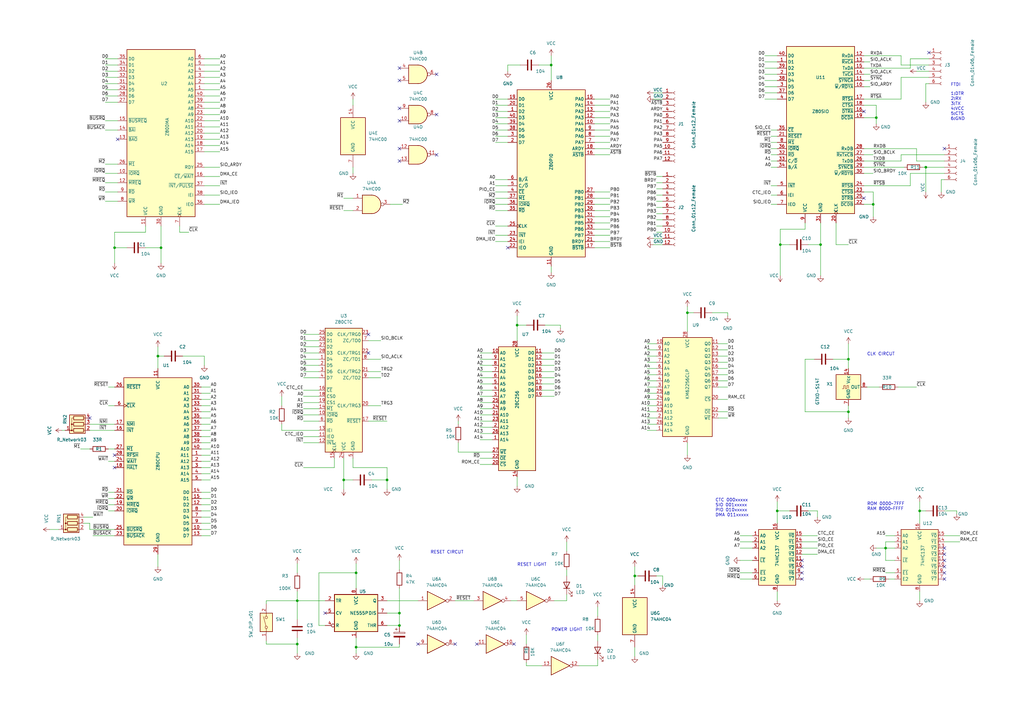
<source format=kicad_sch>
(kicad_sch (version 20211123) (generator eeschema)
  (paper "A3")
  (title_block (title "Z80") (date "2022-07-20"))
  (junction (at 66.04 101.6))
  (junction (at 358.14 83.82))
  (junction (at 121.92 264.16))
  (junction (at 163.83 251.46))
  (junction (at 363.22 224.79))
  (junction (at 140.97 196.85))
  (junction (at 318.77 209.55))
  (junction (at 260.35 236.22))
  (junction (at 377.19 209.55))
  (junction (at 336.55 100.33))
  (junction (at 347.98 168.91))
  (junction (at 359.41 48.26))
  (junction (at 226.06 26.67))
  (junction (at 64.77 146.05))
  (junction (at 163.83 256.54))
  (junction (at 46.99 101.6))
  (junction (at 281.94 128.27))
  (junction (at 158.75 196.85))
  (junction (at 379.73 68.58))
  (junction (at 347.98 147.32))
  (junction (at 121.92 246.38))
  (junction (at 146.05 265.43))
  (junction (at 212.09 133.35))
  (junction (at 146.05 234.95))
  (junction (at 320.04 100.33))
  (no_connect (at 179.07 30.48))
  (no_connect (at 163.83 27.94))
  (no_connect (at 163.83 33.02))
  (no_connect (at 133.35 251.46))
  (no_connect (at 151.13 144.78))
  (no_connect (at 328.93 232.41))
  (no_connect (at 328.93 234.95))
  (no_connect (at 328.93 237.49))
  (no_connect (at 328.93 229.87))
  (no_connect (at 46.99 186.69))
  (no_connect (at 381 21.59))
  (no_connect (at 354.33 81.28))
  (no_connect (at 354.33 45.72))
  (no_connect (at 210.82 264.16))
  (no_connect (at 195.58 264.16))
  (no_connect (at 186.69 264.16))
  (no_connect (at 171.45 264.16))
  (no_connect (at 387.35 224.79))
  (no_connect (at 387.35 227.33))
  (no_connect (at 387.35 229.87))
  (no_connect (at 387.35 232.41))
  (no_connect (at 387.35 234.95))
  (no_connect (at 387.35 237.49))
  (no_connect (at 208.28 101.6))
  (no_connect (at 387.35 60.96))
  (no_connect (at 48.26 57.15))
  (no_connect (at 151.13 137.16))
  (no_connect (at 163.83 44.45))
  (no_connect (at 163.83 49.53))
  (no_connect (at 179.07 46.99))
  (no_connect (at 163.83 60.96))
  (no_connect (at 163.83 66.04))
  (no_connect (at 179.07 63.5))
  (no_connect (at 46.99 191.77))
  (no_connect (at 36.83 171.45))
  (wire (pts (xy 336.55 113.03) (xy 336.55 100.33)))
  (wire (pts (xy 203.2 58.42) (xy 208.28 58.42)))
  (wire (pts (xy 265.43 153.67) (xy 269.24 153.67)))
  (wire (pts (xy 269.24 85.09) (xy 271.78 85.09)))
  (wire (pts (xy 44.45 204.47) (xy 46.99 204.47)))
  (wire (pts (xy 109.22 246.38) (xy 121.92 246.38)))
  (wire (pts (xy 74.93 146.05) (xy 83.82 146.05)))
  (wire (pts (xy 187.96 185.42) (xy 201.93 185.42)))
  (wire (pts (xy 82.55 209.55) (xy 86.36 209.55)))
  (wire (pts (xy 379.73 34.29) (xy 379.73 41.91)))
  (wire (pts (xy 243.84 91.44) (xy 250.19 91.44)))
  (wire (pts (xy 354.33 35.56) (xy 356.87 35.56)))
  (wire (pts (xy 196.85 149.86) (xy 201.93 149.86)))
  (wire (pts (xy 298.45 128.27) (xy 298.45 129.54)))
  (wire (pts (xy 83.82 54.61) (xy 90.17 54.61)))
  (wire (pts (xy 354.33 48.26) (xy 359.41 48.26)))
  (wire (pts (xy 151.13 152.4) (xy 156.21 152.4)))
  (wire (pts (xy 196.85 190.5) (xy 201.93 190.5)))
  (wire (pts (xy 243.84 50.8) (xy 250.19 50.8)))
  (wire (pts (xy 318.77 209.55) (xy 318.77 214.63)))
  (wire (pts (xy 215.9 260.35) (xy 215.9 264.16)))
  (wire (pts (xy 196.85 177.8) (xy 201.93 177.8)))
  (wire (pts (xy 355.6 158.75) (xy 360.68 158.75)))
  (wire (pts (xy 294.64 153.67) (xy 298.45 153.67)))
  (wire (pts (xy 25.4 176.53) (xy 26.67 176.53)))
  (wire (pts (xy 222.25 144.78) (xy 227.33 144.78)))
  (wire (pts (xy 328.93 224.79) (xy 335.28 224.79)))
  (wire (pts (xy 196.85 157.48) (xy 201.93 157.48)))
  (wire (pts (xy 146.05 267.97) (xy 146.05 265.43)))
  (wire (pts (xy 151.13 147.32) (xy 156.21 147.32)))
  (wire (pts (xy 373.38 24.13) (xy 381 24.13)))
  (wire (pts (xy 334.01 147.32) (xy 330.2 147.32)))
  (wire (pts (xy 387.35 209.55) (xy 392.43 209.55)))
  (wire (pts (xy 267.97 100.33) (xy 271.78 100.33)))
  (wire (pts (xy 196.85 162.56) (xy 201.93 162.56)))
  (wire (pts (xy 152.4 196.85) (xy 158.75 196.85)))
  (wire (pts (xy 316.23 83.82) (xy 318.77 83.82)))
  (wire (pts (xy 43.18 26.67) (xy 48.26 26.67)))
  (wire (pts (xy 146.05 231.14) (xy 146.05 234.95)))
  (wire (pts (xy 186.69 246.38) (xy 194.31 246.38)))
  (wire (pts (xy 223.52 133.35) (xy 229.87 133.35)))
  (wire (pts (xy 294.64 151.13) (xy 298.45 151.13)))
  (wire (pts (xy 303.53 234.95) (xy 308.61 234.95)))
  (wire (pts (xy 229.87 133.35) (xy 229.87 134.62)))
  (wire (pts (xy 313.69 25.4) (xy 318.77 25.4)))
  (wire (pts (xy 203.2 40.64) (xy 208.28 40.64)))
  (wire (pts (xy 260.35 236.22) (xy 261.62 236.22)))
  (wire (pts (xy 294.64 140.97) (xy 298.45 140.97)))
  (wire (pts (xy 320.04 113.03) (xy 320.04 100.33)))
  (wire (pts (xy 267.97 38.1) (xy 271.78 38.1)))
  (wire (pts (xy 269.24 74.93) (xy 271.78 74.93)))
  (wire (pts (xy 245.11 248.92) (xy 245.11 252.73)))
  (wire (pts (xy 381 31.75) (xy 369.57 31.75)))
  (wire (pts (xy 243.84 93.98) (xy 250.19 93.98)))
  (wire (pts (xy 359.41 224.79) (xy 363.22 224.79)))
  (wire (pts (xy 316.23 58.42) (xy 318.77 58.42)))
  (wire (pts (xy 82.55 184.15) (xy 86.36 184.15)))
  (wire (pts (xy 109.22 264.16) (xy 121.92 264.16)))
  (wire (pts (xy 64.77 146.05) (xy 67.31 146.05)))
  (wire (pts (xy 359.41 43.18) (xy 359.41 48.26)))
  (wire (pts (xy 387.35 66.04) (xy 375.92 66.04)))
  (wire (pts (xy 316.23 53.34) (xy 318.77 53.34)))
  (wire (pts (xy 203.2 76.2) (xy 208.28 76.2)))
  (wire (pts (xy 83.82 52.07) (xy 90.17 52.07)))
  (wire (pts (xy 392.43 209.55) (xy 392.43 210.82)))
  (wire (pts (xy 156.21 154.94) (xy 151.13 154.94)))
  (wire (pts (xy 260.35 236.22) (xy 260.35 240.03)))
  (wire (pts (xy 222.25 152.4) (xy 227.33 152.4)))
  (wire (pts (xy 354.33 40.64) (xy 369.57 40.64)))
  (wire (pts (xy 222.25 154.94) (xy 227.33 154.94)))
  (wire (pts (xy 243.84 101.6) (xy 250.19 101.6)))
  (wire (pts (xy 213.36 26.67) (xy 208.28 26.67)))
  (wire (pts (xy 82.55 181.61) (xy 86.36 181.61)))
  (wire (pts (xy 222.25 273.05) (xy 215.9 273.05)))
  (wire (pts (xy 320.04 93.98) (xy 320.04 100.33)))
  (wire (pts (xy 294.64 143.51) (xy 298.45 143.51)))
  (wire (pts (xy 269.24 77.47) (xy 271.78 77.47)))
  (wire (pts (xy 121.92 261.62) (xy 121.92 264.16)))
  (wire (pts (xy 331.47 209.55) (xy 335.28 209.55)))
  (wire (pts (xy 144.78 187.96) (xy 144.78 191.77)))
  (wire (pts (xy 318.77 242.57) (xy 318.77 246.38)))
  (wire (pts (xy 109.22 262.89) (xy 109.22 264.16)))
  (wire (pts (xy 243.84 81.28) (xy 250.19 81.28)))
  (wire (pts (xy 342.9 100.33) (xy 347.98 100.33)))
  (wire (pts (xy 43.18 31.75) (xy 48.26 31.75)))
  (wire (pts (xy 82.55 191.77) (xy 86.36 191.77)))
  (wire (pts (xy 294.64 156.21) (xy 298.45 156.21)))
  (wire (pts (xy 269.24 80.01) (xy 271.78 80.01)))
  (wire (pts (xy 44.45 184.15) (xy 46.99 184.15)))
  (wire (pts (xy 363.22 224.79) (xy 367.03 224.79)))
  (wire (pts (xy 203.2 73.66) (xy 208.28 73.66)))
  (wire (pts (xy 265.43 166.37) (xy 269.24 166.37)))
  (wire (pts (xy 109.22 246.38) (xy 109.22 247.65)))
  (wire (pts (xy 82.55 214.63) (xy 86.36 214.63)))
  (wire (pts (xy 83.82 44.45) (xy 90.17 44.45)))
  (wire (pts (xy 377.19 242.57) (xy 377.19 246.38)))
  (wire (pts (xy 269.24 90.17) (xy 271.78 90.17)))
  (wire (pts (xy 46.99 107.95) (xy 46.99 101.6)))
  (wire (pts (xy 43.18 53.34) (xy 48.26 53.34)))
  (wire (pts (xy 316.23 60.96) (xy 318.77 60.96)))
  (wire (pts (xy 363.22 222.25) (xy 367.03 222.25)))
  (wire (pts (xy 140.97 86.36) (xy 144.78 86.36)))
  (wire (pts (xy 222.25 160.02) (xy 227.33 160.02)))
  (wire (pts (xy 347.98 147.32) (xy 347.98 151.13)))
  (wire (pts (xy 83.82 46.99) (xy 90.17 46.99)))
  (wire (pts (xy 336.55 91.44) (xy 336.55 100.33)))
  (wire (pts (xy 36.83 214.63) (xy 36.83 217.17)))
  (wire (pts (xy 82.55 217.17) (xy 86.36 217.17)))
  (wire (pts (xy 375.92 66.04) (xy 375.92 60.96)))
  (wire (pts (xy 163.83 251.46) (xy 163.83 256.54)))
  (wire (pts (xy 130.81 234.95) (xy 146.05 234.95)))
  (wire (pts (xy 64.77 142.24) (xy 64.77 146.05)))
  (wire (pts (xy 269.24 92.71) (xy 271.78 92.71)))
  (wire (pts (xy 232.41 233.68) (xy 232.41 236.22)))
  (wire (pts (xy 243.84 55.88) (xy 250.19 55.88)))
  (wire (pts (xy 281.94 181.61) (xy 281.94 186.69)))
  (wire (pts (xy 292.1 128.27) (xy 298.45 128.27)))
  (wire (pts (xy 243.84 96.52) (xy 250.19 96.52)))
  (wire (pts (xy 124.46 142.24) (xy 130.81 142.24)))
  (wire (pts (xy 265.43 176.53) (xy 269.24 176.53)))
  (wire (pts (xy 358.14 83.82) (xy 358.14 88.9)))
  (wire (pts (xy 144.78 191.77) (xy 158.75 191.77)))
  (wire (pts (xy 158.75 251.46) (xy 163.83 251.46)))
  (wire (pts (xy 20.32 217.17) (xy 24.13 217.17)))
  (wire (pts (xy 363.22 222.25) (xy 363.22 224.79)))
  (wire (pts (xy 121.92 264.16) (xy 121.92 267.97)))
  (wire (pts (xy 354.33 63.5) (xy 358.14 63.5)))
  (wire (pts (xy 43.18 29.21) (xy 48.26 29.21)))
  (wire (pts (xy 313.69 30.48) (xy 318.77 30.48)))
  (wire (pts (xy 318.77 209.55) (xy 323.85 209.55)))
  (wire (pts (xy 36.83 173.99) (xy 46.99 173.99)))
  (wire (pts (xy 140.97 196.85) (xy 144.78 196.85)))
  (wire (pts (xy 151.13 139.7) (xy 156.21 139.7)))
  (wire (pts (xy 237.49 273.05) (xy 245.11 273.05)))
  (wire (pts (xy 260.35 265.43) (xy 260.35 269.24)))
  (wire (pts (xy 83.82 49.53) (xy 90.17 49.53)))
  (wire (pts (xy 373.38 27.94) (xy 373.38 24.13)))
  (wire (pts (xy 196.85 175.26) (xy 201.93 175.26)))
  (wire (pts (xy 124.46 139.7) (xy 130.81 139.7)))
  (wire (pts (xy 196.85 167.64) (xy 201.93 167.64)))
  (wire (pts (xy 43.18 39.37) (xy 48.26 39.37)))
  (wire (pts (xy 347.98 168.91) (xy 347.98 171.45)))
  (wire (pts (xy 46.99 101.6) (xy 52.07 101.6)))
  (wire (pts (xy 265.43 143.51) (xy 269.24 143.51)))
  (wire (pts (xy 121.92 231.14) (xy 121.92 234.95)))
  (wire (pts (xy 203.2 83.82) (xy 208.28 83.82)))
  (wire (pts (xy 196.85 160.02) (xy 201.93 160.02)))
  (wire (pts (xy 328.93 222.25) (xy 335.28 222.25)))
  (wire (pts (xy 267.97 40.64) (xy 271.78 40.64)))
  (wire (pts (xy 363.22 224.79) (xy 363.22 229.87)))
  (wire (pts (xy 140.97 200.66) (xy 140.97 196.85)))
  (wire (pts (xy 203.2 81.28) (xy 208.28 81.28)))
  (wire (pts (xy 331.47 100.33) (xy 336.55 100.33)))
  (wire (pts (xy 379.73 68.58) (xy 379.73 78.74)))
  (wire (pts (xy 354.33 33.02) (xy 356.87 33.02)))
  (wire (pts (xy 124.46 179.07) (xy 130.81 179.07)))
  (wire (pts (xy 243.84 99.06) (xy 250.19 99.06)))
  (wire (pts (xy 187.96 172.72) (xy 187.96 173.99)))
  (wire (pts (xy 220.98 26.67) (xy 226.06 26.67)))
  (wire (pts (xy 243.84 43.18) (xy 250.19 43.18)))
  (wire (pts (xy 163.83 256.54) (xy 158.75 256.54)))
  (wire (pts (xy 130.81 234.95) (xy 130.81 256.54)))
  (wire (pts (xy 83.82 83.82) (xy 90.17 83.82)))
  (wire (pts (xy 38.1 219.71) (xy 46.99 219.71)))
  (wire (pts (xy 347.98 140.97) (xy 347.98 147.32)))
  (wire (pts (xy 265.43 140.97) (xy 269.24 140.97)))
  (wire (pts (xy 369.57 66.04) (xy 369.57 63.5)))
  (wire (pts (xy 83.82 29.21) (xy 90.17 29.21)))
  (wire (pts (xy 330.2 147.32) (xy 330.2 168.91)))
  (wire (pts (xy 313.69 27.94) (xy 318.77 27.94)))
  (wire (pts (xy 294.64 148.59) (xy 298.45 148.59)))
  (wire (pts (xy 203.2 92.71) (xy 208.28 92.71)))
  (wire (pts (xy 215.9 271.78) (xy 215.9 273.05)))
  (wire (pts (xy 222.25 157.48) (xy 227.33 157.48)))
  (wire (pts (xy 363.22 229.87) (xy 367.03 229.87)))
  (wire (pts (xy 328.93 219.71) (xy 335.28 219.71)))
  (wire (pts (xy 124.46 154.94) (xy 130.81 154.94)))
  (wire (pts (xy 82.55 173.99) (xy 86.36 173.99)))
  (wire (pts (xy 46.99 95.25) (xy 46.99 101.6)))
  (wire (pts (xy 243.84 60.96) (xy 250.19 60.96)))
  (wire (pts (xy 82.55 201.93) (xy 86.36 201.93)))
  (wire (pts (xy 271.78 236.22) (xy 271.78 240.03)))
  (wire (pts (xy 82.55 179.07) (xy 86.36 179.07)))
  (wire (pts (xy 124.46 152.4) (xy 130.81 152.4)))
  (wire (pts (xy 43.18 74.93) (xy 48.26 74.93)))
  (wire (pts (xy 363.22 234.95) (xy 367.03 234.95)))
  (wire (pts (xy 358.14 78.74) (xy 358.14 83.82)))
  (wire (pts (xy 269.24 82.55) (xy 271.78 82.55)))
  (wire (pts (xy 354.33 66.04) (xy 369.57 66.04)))
  (wire (pts (xy 140.97 187.96) (xy 140.97 196.85)))
  (wire (pts (xy 212.09 133.35) (xy 215.9 133.35)))
  (wire (pts (xy 303.53 237.49) (xy 308.61 237.49)))
  (wire (pts (xy 64.77 146.05) (xy 64.77 151.13)))
  (wire (pts (xy 294.64 168.91) (xy 298.45 168.91)))
  (wire (pts (xy 43.18 41.91) (xy 48.26 41.91)))
  (wire (pts (xy 83.82 59.69) (xy 90.17 59.69)))
  (wire (pts (xy 196.85 165.1) (xy 201.93 165.1)))
  (wire (pts (xy 281.94 125.73) (xy 281.94 128.27)))
  (wire (pts (xy 196.85 147.32) (xy 201.93 147.32)))
  (wire (pts (xy 158.75 191.77) (xy 158.75 196.85)))
  (wire (pts (xy 243.84 53.34) (xy 250.19 53.34)))
  (wire (pts (xy 124.46 137.16) (xy 130.81 137.16)))
  (wire (pts (xy 43.18 34.29) (xy 48.26 34.29)))
  (wire (pts (xy 203.2 53.34) (xy 208.28 53.34)))
  (wire (pts (xy 43.18 49.53) (xy 48.26 49.53)))
  (wire (pts (xy 303.53 219.71) (xy 308.61 219.71)))
  (wire (pts (xy 373.38 71.12) (xy 387.35 71.12)))
  (wire (pts (xy 243.84 88.9) (xy 250.19 88.9)))
  (wire (pts (xy 203.2 43.18) (xy 208.28 43.18)))
  (wire (pts (xy 187.96 181.61) (xy 187.96 185.42)))
  (wire (pts (xy 124.46 167.64) (xy 130.81 167.64)))
  (wire (pts (xy 203.2 86.36) (xy 208.28 86.36)))
  (wire (pts (xy 347.98 166.37) (xy 347.98 168.91)))
  (wire (pts (xy 59.69 92.71) (xy 59.69 95.25)))
  (wire (pts (xy 83.82 31.75) (xy 90.17 31.75)))
  (wire (pts (xy 232.41 243.84) (xy 232.41 246.38)))
  (wire (pts (xy 354.33 237.49) (xy 356.87 237.49)))
  (wire (pts (xy 354.33 30.48) (xy 356.87 30.48)))
  (wire (pts (xy 243.84 45.72) (xy 250.19 45.72)))
  (wire (pts (xy 82.55 196.85) (xy 86.36 196.85)))
  (wire (pts (xy 330.2 168.91) (xy 347.98 168.91)))
  (wire (pts (xy 354.33 27.94) (xy 373.38 27.94)))
  (wire (pts (xy 265.43 171.45) (xy 269.24 171.45)))
  (wire (pts (xy 83.82 26.67) (xy 90.17 26.67)))
  (wire (pts (xy 137.16 187.96) (xy 137.16 191.77)))
  (wire (pts (xy 265.43 163.83) (xy 269.24 163.83)))
  (wire (pts (xy 163.83 265.43) (xy 146.05 265.43)))
  (wire (pts (xy 34.29 212.09) (xy 38.1 212.09)))
  (wire (pts (xy 43.18 78.74) (xy 48.26 78.74)))
  (wire (pts (xy 265.43 161.29) (xy 269.24 161.29)))
  (wire (pts (xy 82.55 176.53) (xy 86.36 176.53)))
  (wire (pts (xy 381 34.29) (xy 379.73 34.29)))
  (wire (pts (xy 83.82 80.01) (xy 90.17 80.01)))
  (wire (pts (xy 232.41 246.38) (xy 227.33 246.38)))
  (wire (pts (xy 354.33 43.18) (xy 359.41 43.18)))
  (wire (pts (xy 313.69 38.1) (xy 318.77 38.1)))
  (wire (pts (xy 203.2 55.88) (xy 208.28 55.88)))
  (wire (pts (xy 226.06 22.86) (xy 226.06 26.67)))
  (wire (pts (xy 83.82 76.2) (xy 90.17 76.2)))
  (wire (pts (xy 354.33 60.96) (xy 375.92 60.96)))
  (wire (pts (xy 43.18 67.31) (xy 48.26 67.31)))
  (wire (pts (xy 82.55 166.37) (xy 86.36 166.37)))
  (wire (pts (xy 196.85 187.96) (xy 201.93 187.96)))
  (wire (pts (xy 140.97 81.28) (xy 144.78 81.28)))
  (wire (pts (xy 354.33 25.4) (xy 356.87 25.4)))
  (wire (pts (xy 196.85 154.94) (xy 201.93 154.94)))
  (wire (pts (xy 196.85 144.78) (xy 201.93 144.78)))
  (wire (pts (xy 303.53 222.25) (xy 308.61 222.25)))
  (wire (pts (xy 124.46 160.02) (xy 130.81 160.02)))
  (wire (pts (xy 144.78 40.64) (xy 144.78 43.18)))
  (wire (pts (xy 243.84 48.26) (xy 250.19 48.26)))
  (wire (pts (xy 44.45 201.93) (xy 46.99 201.93)))
  (wire (pts (xy 124.46 149.86) (xy 130.81 149.86)))
  (wire (pts (xy 82.55 189.23) (xy 86.36 189.23)))
  (wire (pts (xy 226.06 109.22) (xy 226.06 111.76)))
  (wire (pts (xy 121.92 246.38) (xy 121.92 254)))
  (wire (pts (xy 82.55 168.91) (xy 86.36 168.91)))
  (wire (pts (xy 82.55 204.47) (xy 86.36 204.47)))
  (wire (pts (xy 163.83 229.87) (xy 163.83 233.68)))
  (wire (pts (xy 363.22 219.71) (xy 367.03 219.71)))
  (wire (pts (xy 281.94 128.27) (xy 284.48 128.27)))
  (wire (pts (xy 354.33 76.2) (xy 373.38 76.2)))
  (wire (pts (xy 245.11 260.35) (xy 245.11 262.89)))
  (wire (pts (xy 330.2 91.44) (xy 330.2 93.98)))
  (wire (pts (xy 73.66 95.25) (xy 77.47 95.25)))
  (wire (pts (xy 265.43 158.75) (xy 269.24 158.75)))
  (wire (pts (xy 43.18 24.13) (xy 48.26 24.13)))
  (wire (pts (xy 316.23 80.01) (xy 318.77 80.01)))
  (wire (pts (xy 82.55 207.01) (xy 86.36 207.01)))
  (wire (pts (xy 196.85 172.72) (xy 201.93 172.72)))
  (wire (pts (xy 342.9 91.44) (xy 342.9 100.33)))
  (wire (pts (xy 369.57 22.86) (xy 369.57 26.67)))
  (wire (pts (xy 34.29 214.63) (xy 36.83 214.63)))
  (wire (pts (xy 243.84 40.64) (xy 250.19 40.64)))
  (wire (pts (xy 203.2 78.74) (xy 208.28 78.74)))
  (wire (pts (xy 44.45 158.75) (xy 46.99 158.75)))
  (wire (pts (xy 83.82 68.58) (xy 90.17 68.58)))
  (wire (pts (xy 83.82 41.91) (xy 90.17 41.91)))
  (wire (pts (xy 265.43 173.99) (xy 269.24 173.99)))
  (wire (pts (xy 313.69 40.64) (xy 318.77 40.64)))
  (wire (pts (xy 265.43 146.05) (xy 269.24 146.05)))
  (wire (pts (xy 316.23 68.58) (xy 318.77 68.58)))
  (wire (pts (xy 377.19 209.55) (xy 377.19 214.63)))
  (wire (pts (xy 151.13 166.37) (xy 156.21 166.37)))
  (wire (pts (xy 369.57 31.75) (xy 369.57 40.64)))
  (wire (pts (xy 222.25 147.32) (xy 227.33 147.32)))
  (wire (pts (xy 163.83 241.3) (xy 163.83 251.46)))
  (wire (pts (xy 303.53 224.79) (xy 308.61 224.79)))
  (wire (pts (xy 303.53 229.87) (xy 308.61 229.87)))
  (wire (pts (xy 144.78 68.58) (xy 144.78 71.12)))
  (wire (pts (xy 265.43 148.59) (xy 269.24 148.59)))
  (wire (pts (xy 124.46 165.1) (xy 130.81 165.1)))
  (wire (pts (xy 64.77 227.33) (xy 64.77 232.41)))
  (wire (pts (xy 243.84 83.82) (xy 250.19 83.82)))
  (wire (pts (xy 130.81 176.53) (xy 115.57 176.53)))
  (wire (pts (xy 316.23 66.04) (xy 318.77 66.04)))
  (wire (pts (xy 44.45 189.23) (xy 46.99 189.23)))
  (wire (pts (xy 313.69 33.02) (xy 318.77 33.02)))
  (wire (pts (xy 66.04 101.6) (xy 66.04 107.95)))
  (wire (pts (xy 83.82 34.29) (xy 90.17 34.29)))
  (wire (pts (xy 82.55 163.83) (xy 86.36 163.83)))
  (wire (pts (xy 226.06 26.67) (xy 226.06 33.02)))
  (wire (pts (xy 377.19 205.74) (xy 377.19 209.55)))
  (wire (pts (xy 196.85 170.18) (xy 201.93 170.18)))
  (wire (pts (xy 59.69 101.6) (xy 66.04 101.6)))
  (wire (pts (xy 354.33 68.58) (xy 370.84 68.58)))
  (wire (pts (xy 83.82 36.83) (xy 90.17 36.83)))
  (wire (pts (xy 260.35 232.41) (xy 260.35 236.22)))
  (wire (pts (xy 130.81 256.54) (xy 133.35 256.54)))
  (wire (pts (xy 368.3 158.75) (xy 375.92 158.75)))
  (wire (pts (xy 124.46 162.56) (xy 130.81 162.56)))
  (wire (pts (xy 212.09 133.35) (xy 212.09 139.7)))
  (wire (pts (xy 269.24 95.25) (xy 271.78 95.25)))
  (wire (pts (xy 269.24 236.22) (xy 271.78 236.22)))
  (wire (pts (xy 330.2 93.98) (xy 320.04 93.98)))
  (wire (pts (xy 124.46 191.77) (xy 137.16 191.77)))
  (wire (pts (xy 121.92 246.38) (xy 133.35 246.38)))
  (wire (pts (xy 124.46 144.78) (xy 130.81 144.78)))
  (wire (pts (xy 354.33 83.82) (xy 358.14 83.82)))
  (wire (pts (xy 43.18 71.12) (xy 48.26 71.12)))
  (wire (pts (xy 160.02 83.82) (xy 165.1 83.82)))
  (wire (pts (xy 73.66 92.71) (xy 73.66 95.25)))
  (wire (pts (xy 83.82 39.37) (xy 90.17 39.37)))
  (wire (pts (xy 158.75 196.85) (xy 158.75 200.66)))
  (wire (pts (xy 316.23 55.88) (xy 318.77 55.88)))
  (wire (pts (xy 43.18 82.55) (xy 48.26 82.55)))
  (wire (pts (xy 265.43 168.91) (xy 269.24 168.91)))
  (wire (pts (xy 354.33 22.86) (xy 369.57 22.86)))
  (wire (pts (xy 341.63 147.32) (xy 347.98 147.32)))
  (wire (pts (xy 294.64 158.75) (xy 298.45 158.75)))
  (wire (pts (xy 83.82 24.13) (xy 90.17 24.13)))
  (wire (pts (xy 33.02 184.15) (xy 36.83 184.15)))
  (wire (pts (xy 36.83 217.17) (xy 46.99 217.17)))
  (wire (pts (xy 328.93 227.33) (xy 335.28 227.33)))
  (wire (pts (xy 359.41 48.26) (xy 359.41 50.8)))
  (wire (pts (xy 82.55 171.45) (xy 86.36 171.45)))
  (wire (pts (xy 158.75 246.38) (xy 171.45 246.38)))
  (wire (pts (xy 115.57 162.56) (xy 115.57 166.37)))
  (wire (pts (xy 208.28 26.67) (xy 208.28 29.21)))
  (wire (pts (xy 369.57 63.5) (xy 387.35 63.5)))
  (wire (pts (xy 313.69 22.86) (xy 318.77 22.86)))
  (wire (pts (xy 364.49 237.49) (xy 367.03 237.49)))
  (wire (pts (xy 212.09 129.54) (xy 212.09 133.35)))
  (wire (pts (xy 313.69 35.56) (xy 318.77 35.56)))
  (wire (pts (xy 209.55 246.38) (xy 212.09 246.38)))
  (wire (pts (xy 373.38 76.2) (xy 373.38 71.12)))
  (wire (pts (xy 124.46 147.32) (xy 130.81 147.32)))
  (wire (pts (xy 203.2 50.8) (xy 208.28 50.8)))
  (wire (pts (xy 265.43 151.13) (xy 269.24 151.13)))
  (wire (pts (xy 82.55 158.75) (xy 86.36 158.75)))
  (wire (pts (xy 281.94 128.27) (xy 281.94 135.89)))
  (wire (pts (xy 267.97 97.79) (xy 271.78 97.79)))
  (wire (pts (xy 386.08 73.66) (xy 387.35 73.66)))
  (wire (pts (xy 212.09 195.58) (xy 212.09 199.39)))
  (wire (pts (xy 43.18 36.83) (xy 48.26 36.83)))
  (wire (pts (xy 318.77 205.74) (xy 318.77 209.55)))
  (wire (pts (xy 222.25 162.56) (xy 227.33 162.56)))
  (wire (pts (xy 269.24 87.63) (xy 271.78 87.63)))
  (wire (pts (xy 115.57 176.53) (xy 115.57 173.99)))
  (wire (pts (xy 124.46 170.18) (xy 130.81 170.18)))
  (wire (pts (xy 203.2 99.06) (xy 208.28 99.06)))
  (wire (pts (xy 369.57 26.67) (xy 381 26.67)))
  (wire (pts (xy 82.55 212.09) (xy 86.36 212.09)))
  (wire (pts (xy 316.23 76.2) (xy 318.77 76.2)))
  (wire (pts (xy 151.13 172.72) (xy 158.75 172.72)))
  (wire (pts (xy 83.82 146.05) (xy 83.82 149.86)))
  (wire (pts (xy 243.84 86.36) (xy 250.19 86.36)))
  (wire (pts (xy 82.55 186.69) (xy 86.36 186.69)))
  (wire (pts (xy 335.28 209.55) (xy 335.28 212.09)))
  (wire (pts (xy 44.45 207.01) (xy 46.99 207.01)))
  (wire (pts (xy 354.33 78.74) (xy 358.14 78.74)))
  (wire (pts (xy 379.73 68.58) (xy 387.35 68.58)))
  (wire (pts (xy 320.04 100.33) (xy 323.85 100.33)))
  (wire (pts (xy 146.05 234.95) (xy 146.05 241.3)))
  (wire (pts (xy 378.46 68.58) (xy 379.73 68.58)))
  (wire (pts (xy 243.84 58.42) (xy 250.19 58.42)))
  (wire (pts (xy 354.33 71.12) (xy 358.14 71.12)))
  (wire (pts (xy 294.64 171.45) (xy 298.45 171.45)))
  (wire (pts (xy 294.64 163.83) (xy 298.45 163.83)))
  (wire (pts (xy 381 29.21) (xy 375.92 29.21)))
  (wire (pts (xy 196.85 152.4) (xy 201.93 152.4)))
  (wire (pts (xy 196.85 180.34) (xy 201.93 180.34)))
  (wire (pts (xy 203.2 96.52) (xy 208.28 96.52)))
  (wire (pts (xy 83.82 62.23) (xy 90.17 62.23)))
  (wire (pts (xy 377.19 209.55) (xy 379.73 209.55)))
  (wire (pts (xy 124.46 172.72) (xy 130.81 172.72)))
  (wire (pts (xy 83.82 57.15) (xy 90.17 57.15)))
  (wire (pts (xy 121.92 242.57) (xy 121.92 246.38)))
  (wire (pts (xy 59.69 95.25) (xy 46.99 95.25)))
  (wire (pts (xy 146.05 265.43) (xy 146.05 261.62)))
  (wire (pts (xy 387.35 219.71) (xy 393.7 219.71)))
  (wire (pts (xy 245.11 270.51) (xy 245.11 273.05)))
  (wire (pts (xy 203.2 45.72) (xy 208.28 45.72)))
  (wire (pts (xy 232.41 222.25) (xy 232.41 226.06)))
  (wire (pts (xy 82.55 219.71) (xy 86.36 219.71)))
  (wire (pts (xy 44.45 166.37) (xy 46.99 166.37)))
  (wire (pts (xy 83.82 72.39) (xy 90.17 72.39)))
  (wire (pts (xy 44.45 209.55) (xy 46.99 209.55)))
  (wire (pts (xy 163.83 264.16) (xy 163.83 265.43)))
  (wire (pts (xy 124.46 181.61) (xy 130.81 181.61)))
  (wire (pts (xy 265.43 156.21) (xy 269.24 156.21)))
  (wire (pts (xy 316.23 63.5) (xy 318.77 63.5)))
  (wire (pts (xy 386.08 78.74) (xy 386.08 73.66)))
  (wire (pts (xy 66.04 92.71) (xy 66.04 101.6)))
  (wire (pts (xy 82.55 194.31) (xy 86.36 194.31)))
  (wire (pts (xy 222.25 149.86) (xy 227.33 149.86)))
  (wire (pts (xy 203.2 48.26) (xy 208.28 48.26)))
  (wire (pts (xy 387.35 222.25) (xy 393.7 222.25)))
  (wire (pts (xy 294.64 146.05) (xy 298.45 146.05)))
  (wire (pts (xy 269.24 72.39) (xy 271.78 72.39)))
  (wire (pts (xy 82.55 161.29) (xy 86.36 161.29)))
  (wire (pts (xy 243.84 78.74) (xy 250.19 78.74)))
  (wire (pts (xy 36.83 176.53) (xy 46.99 176.53)))
  (wire (pts (xy 243.84 63.5) (xy 250.19 63.5)))
  (text "POWER LIGHT" (at 226.06 259.08 0) (effects (font (size 1.27 1.27)) (justify left bottom)))
  (text "FTDI" (at 389.89 35.56 0) (effects (font (size 1.27 1.27)) (justify left bottom)))
  (text "RESET LIGHT" (at 212.09 232.41 0) (effects (font (size 1.27 1.27)) (justify left bottom)))
  (text "CLK CIRCUT\n" (at 355.6 146.05 0) (effects (font (size 1.27 1.27)) (justify left bottom)))
  (text "CTC 000xxxxx\nSIO 001xxxxx\nPIO 010xxxxx\nDMA 011xxxxx" (at 293.37 212.09 0) (effects (font (size 1.27 1.27)) (justify left bottom)))
  (text "RESET CIRCUT\n" (at 176.53 227.33 0) (effects (font (size 1.27 1.27)) (justify left bottom)))
  (text "ROM 0000~7FFF\nRAM 8000~FFFF" (at 355.6 209.55 0) (effects (font (size 1.27 1.27)) (justify left bottom)))
  (text "1:DTR\n2:RX \n3:TX \n4:VCC\n5:CTS\n6:GND" (at 389.89 49.53 0) (effects (font (size 1.27 1.27)) (justify left bottom)))
  (label "~{IORQ}" (at 43.18 71.12 180))
  (label "~{M2}" (at 43.18 67.31 180))
  (label "D0" (at 204.47 40.64 180))
  (label "~{RD}" (at 124.46 172.72 180))
  (label "SIO_BCLK" (at 156.21 139.7 0))
  (label "D7" (at 204.47 58.42 180))
  (label "D1" (at 204.47 43.18 180))
  (label "A13" (at 266.7 173.99 180))
  (label "PA0" (at 250.19 40.64 0))
  (label "DMA_CE" (at 90.17 72.39 0))
  (label "TO2" (at 156.21 154.94 0))
  (label "~{MREQ}" (at 363.22 234.95 180))
  (label "D1" (at 44.45 26.67 180))
  (label "~{IORQ}" (at 203.2 83.82 180))
  (label "RAM_CE" (at 393.7 222.25 0))
  (label "TXDB" (at 358.14 66.04 0))
  (label "PA5" (at 250.19 53.34 0))
  (label "CTC_CE" (at 335.28 219.71 0))
  (label "A6" (at 90.17 39.37 0))
  (label "SIO_ACLK" (at 356.87 25.4 0))
  (label "D1" (at 125.73 139.7 180))
  (label "~{M1}" (at 124.46 167.64 180))
  (label "A11" (at 198.12 172.72 180))
  (label "~{CLK}" (at 203.2 92.71 180))
  (label "~{WR}" (at 44.45 204.47 180))
  (label "D2" (at 204.47 45.72 180))
  (label "A2" (at 86.36 163.83 0))
  (label "PB3" (at 269.24 87.63 180))
  (label "A12" (at 90.17 54.61 0))
  (label "A3" (at 198.12 152.4 180))
  (label "PA2" (at 271.78 53.34 180))
  (label "A8" (at 86.36 179.07 0))
  (label "D0" (at 313.69 22.86 180))
  (label "D1" (at 298.45 143.51 0))
  (label "A3" (at 266.7 148.59 180))
  (label "~{WAIT}" (at 44.45 189.23 180))
  (label "PA7" (at 250.19 58.42 0))
  (label "D0" (at 125.73 137.16 180))
  (label "A4" (at 198.12 154.94 180))
  (label "RXDA" (at 356.87 22.86 0))
  (label "A2" (at 90.17 29.21 0))
  (label "A13" (at 198.12 177.8 180))
  (label "A3" (at 86.36 166.37 0))
  (label "D2" (at 313.69 27.94 180))
  (label "~{RTSA}" (at 356.87 40.64 0))
  (label "A13" (at 86.36 191.77 0))
  (label "A9" (at 266.7 163.83 180))
  (label "A2" (at 198.12 149.86 180))
  (label "A0" (at 90.17 24.13 0))
  (label "~{IORQ}" (at 124.46 170.18 180))
  (label "A5" (at 86.36 171.45 0))
  (label "A0" (at 203.2 73.66 180))
  (label "D7" (at 86.36 219.71 0))
  (label "SIO_IEO" (at 90.17 80.01 0))
  (label "~{INT}" (at 316.23 76.2 180))
  (label "~{RESET}" (at 140.97 86.36 180))
  (label "A0" (at 198.12 144.78 180))
  (label "BRDY" (at 250.19 99.06 0))
  (label "CTC_IEO" (at 316.23 80.01 180))
  (label "~{MREQ}" (at 44.45 207.01 180))
  (label "~{BUSACK}" (at 38.1 219.71 0))
  (label "A1" (at 316.23 66.04 180))
  (label "PIO_CE" (at 203.2 78.74 180))
  (label "~{BSTB}" (at 269.24 72.39 180))
  (label "A12" (at 86.36 189.23 0))
  (label "ARDY" (at 250.19 60.96 0))
  (label "~{SYNC}" (at 358.14 68.58 0))
  (label "A1" (at 203.2 76.2 180))
  (label "ARDY" (at 271.78 45.72 180))
  (label "D1" (at 227.33 147.32 0))
  (label "A0" (at 316.23 68.58 180))
  (label "D5" (at 298.45 153.67 0))
  (label "~{BSTB}" (at 250.19 101.6 0))
  (label "PB5" (at 250.19 91.44 0))
  (label "~{INT}" (at 90.17 76.2 0))
  (label "PB1" (at 269.24 92.71 180))
  (label "D2" (at 227.33 149.86 0))
  (label "A9" (at 198.12 167.64 180))
  (label "A1" (at 198.12 147.32 180))
  (label "A9" (at 90.17 46.99 0))
  (label "ROM_CE" (at 393.7 219.71 0))
  (label "D0" (at 44.45 24.13 180))
  (label "A8" (at 198.12 165.1 180))
  (label "D4" (at 204.47 50.8 180))
  (label "~{BUSRQ}" (at 38.1 217.17 0))
  (label "A12" (at 198.12 175.26 180))
  (label "RAM_CE" (at 298.45 163.83 0))
  (label "A6" (at 86.36 173.99 0))
  (label "PA7" (at 271.78 66.04 180))
  (label "A3" (at 90.17 31.75 0))
  (label "PA4" (at 271.78 58.42 180))
  (label "~{MREQ}" (at 43.18 74.93 180))
  (label "PB6" (at 269.24 80.01 180))
  (label "A15" (at 86.36 196.85 0))
  (label "D4" (at 298.45 151.13 0))
  (label "A13" (at 90.17 57.15 0))
  (label "D6" (at 86.36 217.17 0))
  (label "PB3" (at 250.19 86.36 0))
  (label "SIO_ACLK" (at 156.21 147.32 0))
  (label "D5" (at 86.36 214.63 0))
  (label "A8" (at 90.17 44.45 0))
  (label "PIO_CE" (at 335.28 224.79 0))
  (label "A11" (at 86.36 186.69 0))
  (label "~{MREQ}" (at 303.53 237.49 180))
  (label "A15" (at 363.22 219.71 180))
  (label "PB7" (at 250.19 96.52 0))
  (label "RXDB" (at 358.14 60.96 0))
  (label "A6" (at 198.12 160.02 180))
  (label "A14" (at 86.36 194.31 0))
  (label "A7" (at 303.53 224.79 180))
  (label "A7" (at 266.7 158.75 180))
  (label "TRG3" (at 156.21 166.37 0))
  (label "PA1" (at 271.78 50.8 180))
  (label "D6" (at 313.69 38.1 180))
  (label "D0" (at 86.36 201.93 0))
  (label "~{WR}" (at 43.18 82.55 180))
  (label "D0" (at 227.33 144.78 0))
  (label "D5" (at 204.47 53.34 180))
  (label "D7" (at 298.45 158.75 0))
  (label "SIO_CE" (at 335.28 222.25 0))
  (label "D5" (at 125.73 149.86 180))
  (label "~{ASTB}" (at 250.19 63.5 0))
  (label "A1" (at 86.36 161.29 0))
  (label "PB5" (at 269.24 82.55 180))
  (label "~{IORQ}" (at 44.45 209.55 180))
  (label "TXDA" (at 356.87 27.94 0))
  (label "~{RD}" (at 44.45 201.93 180))
  (label "PA3" (at 250.19 48.26 0))
  (label "A2" (at 266.7 146.05 180))
  (label "~{M2}" (at 203.2 81.28 180))
  (label "A7" (at 86.36 176.53 0))
  (label "A1" (at 90.17 26.67 0))
  (label "PB4" (at 269.24 85.09 180))
  (label "D6" (at 227.33 160.02 0))
  (label "A6" (at 303.53 222.25 180))
  (label "A11" (at 266.7 168.91 180))
  (label "D3" (at 204.47 48.26 180))
  (label "BRDY" (at 269.24 74.93 180))
  (label "~{M2}" (at 165.1 83.82 0))
  (label "~{RESET}" (at 44.45 158.75 180))
  (label "D4" (at 227.33 154.94 0))
  (label "A6" (at 266.7 156.21 180))
  (label "D4" (at 44.45 34.29 180))
  (label "~{RESET}" (at 193.04 246.38 180))
  (label "D2" (at 44.45 29.21 180))
  (label "A12" (at 266.7 171.45 180))
  (label "A5" (at 90.17 36.83 0))
  (label "D2" (at 298.45 146.05 0))
  (label "A15" (at 90.17 62.23 0))
  (label "A14" (at 266.7 176.53 180))
  (label "A9" (at 86.36 181.61 0))
  (label "D5" (at 313.69 35.56 180))
  (label "SIO_BCLK" (at 358.14 63.5 0))
  (label "A0" (at 86.36 158.75 0))
  (label "SIO_IEO" (at 316.23 83.82 180))
  (label "~{CLK}" (at 77.47 95.25 0))
  (label "CTC_IEO" (at 124.46 179.07 180))
  (label "~{RESET}" (at 158.75 172.72 180))
  (label "D1" (at 86.36 204.47 0))
  (label "D3" (at 86.36 209.55 0))
  (label "~{INT}" (at 124.46 181.61 180))
  (label "A7" (at 198.12 162.56 180))
  (label "~{INT}" (at 203.2 96.52 180))
  (label "PB2" (at 269.24 90.17 180))
  (label "~{CLK}" (at 124.46 191.77 180))
  (label "A10" (at 86.36 184.15 0))
  (label "DMA_IEO" (at 90.17 83.82 0))
  (label "PB6" (at 250.19 93.98 0))
  (label "~{RD}" (at 298.45 168.91 0))
  (label "~{CLK}" (at 375.92 158.75 0))
  (label "~{SYNC}" (at 356.87 33.02 0))
  (label "A10" (at 198.12 170.18 180))
  (label "~{WR}" (at 298.45 171.45 0))
  (label "A4" (at 86.36 168.91 0))
  (label "A5" (at 303.53 219.71 180))
  (label "D3" (at 44.45 31.75 180))
  (label "~{NMI}" (at 40.64 173.99 0))
  (label "D5" (at 227.33 157.48 0))
  (label "TRG2" (at 156.21 152.4 0))
  (label "PB7" (at 269.24 77.47 180))
  (label "~{BUSRQ}" (at 43.18 49.53 180))
  (label "SIO_BRDY" (at 358.14 71.12 0))
  (label "D1" (at 313.69 25.4 180))
  (label "D3" (at 313.69 30.48 180))
  (label "DMA_CE" (at 335.28 227.33 0))
  (label "~{RD}" (at 203.2 86.36 180))
  (label "PA3" (at 271.78 55.88 180))
  (label "D7" (at 44.45 41.91 180))
  (label "PB0" (at 269.24 95.25 180))
  (label "A11" (at 90.17 52.07 0))
  (label "A14" (at 198.12 180.34 180))
  (label "CTC_CE" (at 124.46 160.02 180))
  (label "SIO_ACLK" (at 356.87 30.48 0))
  (label "~{RTSB}" (at 358.14 76.2 0))
  (label "A14" (at 90.17 59.69 0))
  (label "~{RESET}" (at 316.23 55.88 180))
  (label "D5" (at 44.45 36.83 180))
  (label "D2" (at 86.36 207.01 0))
  (label "D6" (at 44.45 39.37 180))
  (label "D6" (at 298.45 156.21 0))
  (label "D3" (at 125.73 144.78 180))
  (label "SIO_ARDY" (at 90.17 68.58 0))
  (label "A1" (at 266.7 143.51 180))
  (label "PB1" (at 250.19 81.28 0))
  (label "A10" (at 266.7 166.37 180))
  (label "PB4" (at 250.19 88.9 0))
  (label "~{CLK}" (at 44.45 166.37 180))
  (label "PA1" (at 250.19 43.18 0))
  (label "~{BUSACK}" (at 43.18 53.34 180))
  (label "D4" (at 86.36 212.09 0))
  (label "A0" (at 124.46 162.56 180))
  (label "~{CLK}" (at 347.98 100.33 0))
  (label "D3" (at 227.33 152.4 0))
  (label "PA0" (at 271.78 48.26 180))
  (label "~{IORQ}" (at 316.23 60.96 180))
  (label "D3" (at 298.45 148.59 0))
  (label "D7" (at 313.69 40.64 180))
  (label "PB0" (at 250.19 78.74 0))
  (label "D6" (at 125.73 152.4 180))
  (label "PA4" (at 250.19 50.8 0))
  (label "SIO_ARDY" (at 356.87 35.56 0))
  (label "A5" (at 266.7 153.67 180))
  (label "D7" (at 125.73 154.94 180))
  (label "D6" (at 204.47 55.88 180))
  (label "D4" (at 125.73 147.32 180))
  (label "A7" (at 90.17 41.91 0))
  (label "~{M1}" (at 316.23 58.42 180))
  (label "A1" (at 124.46 165.1 180))
  (label "~{RD}" (at 43.18 78.74 180))
  (label "~{ASTB}" (at 271.78 43.18 180))
  (label "PA6" (at 250.19 55.88 0))
  (label "D2" (at 125.73 142.24 180))
  (label "D4" (at 313.69 33.02 180))
  (label "~{WAIT}" (at 38.1 212.09 0))
  (label "ROM_CE" (at 196.85 190.5 180))
  (label "A10" (at 90.17 49.53 0))
  (label "~{M1}" (at 33.02 184.15 180))
  (label "~{INT}" (at 40.64 176.53 0))
  (label "SIO_CE" (at 316.23 53.34 180))
  (label "~{RD}" (at 316.23 63.5 180))
  (label "A0" (at 266.7 140.97 180))
  (label "A5" (at 198.12 157.48 180))
  (label "D0" (at 298.45 140.97 0))
  (label "DMA_IEO" (at 203.2 99.06 180))
  (label "PA6" (at 271.78 63.5 180))
  (label "PA2" (at 250.19 45.72 0))
  (label "PA5" (at 271.78 60.96 180))
  (label "~{IORQ}" (at 303.53 234.95 180))
  (label "PB2" (at 250.19 83.82 0))
  (label "D7" (at 227.33 162.56 0))
  (label "A4" (at 90.17 34.29 0))
  (label "~{RD}" (at 196.85 187.96 180))
  (label "~{M1}" (at 140.97 81.28 180))
  (label "A8" (at 266.7 161.29 180))
  (label "A4" (at 266.7 151.13 180))
  (symbol (lib_id "Z80_Library:Z80CTC") (at 143.51 160.02 0) (unit 1)
    (property "Reference" "U3" (at 140.97 129.54 0))
    (property "Value" "Z80CTC" (at 140.97 132.08 0))
    (property "Footprint" "Package_DIP:DIP-28_W15.24mm" (effects hide))
  )
  (symbol (lib_id "power:GND") (at 318.77 246.38 0) (unit 1)
    (property "Reference" "#PWR040" (effects hide))
    (property "Value" "GND" (at 318.77 251.46 0))
  )
  (symbol (lib_id "Device:R") (at 163.83 237.49 0) (unit 1)
    (property "Reference" "R4" (at 166.37 236.2199 0) (effects (justify left)))
    (property "Value" "47K" (at 166.37 238.7599 0) (effects (justify left)))
    (property "Footprint" "Resistor_THT:R_Axial_DIN0207_L6.3mm_D2.5mm_P10.16mm_Horizontal" (effects hide))
  )
  (symbol (lib_id "Connector:Conn_01x12_Female") (at 276.86 85.09 0) (unit 1)
    (property "Reference" "J2" (at 278.13 85.0899 0) (effects (justify left)))
    (property "Value" "Conn_01x12_Female" (at 284.48 95.25 90) (effects (justify left)))
    (property "Footprint" "Connector_PinHeader_2.54mm:PinHeader_1x12_P2.54mm_Vertical" (effects hide))
  )
  (symbol (lib_id "Device:LED") (at 232.41 240.03 90) (unit 1)
    (property "Reference" "D1" (at 236.22 240.3474 90) (effects (justify right)))
    (property "Value" "LED" (at 236.22 242.8874 90) (effects (justify right)))
    (property "Footprint" "LED_THT:LED_D3.0mm" (effects hide))
  )
  (symbol (lib_id "74xx:74AHC04") (at 179.07 264.16 0) (unit 4)
    (property "Reference" "U6" (at 179.07 255.27 0))
    (property "Value" "74AHC04" (at 179.07 257.81 0))
    (property "Footprint" "Package_DIP:DIP-14_W7.62mm" (effects hide))
    (property "Datasheet" "https://assets.nexperia.com/documents/data-sheet/74AHC_AHCT04.pdf" (effects hide))
  )
  (symbol (lib_id "Device:R") (at 40.64 184.15 90) (unit 1)
    (property "Reference" "R1" (at 41.91 184.15 90) (effects (justify left)))
    (property "Value" "33R" (at 41.91 180.34 90) (effects (justify left)))
    (property "Footprint" "Resistor_THT:R_Axial_DIN0207_L6.3mm_D2.5mm_P10.16mm_Horizontal" (effects hide))
  )
  (symbol (lib_id "power:GND") (at 83.82 149.86 0) (unit 1)
    (property "Reference" "#PWR07" (effects hide))
    (property "Value" "GND" (at 83.82 154.94 0))
  )
  (symbol (lib_id "Device:R") (at 115.57 170.18 0) (unit 1)
    (property "Reference" "R2" (at 113.03 168.91 0) (effects (justify right)))
    (property "Value" "10K" (at 110.49 171.45 0) (effects (justify left)))
    (property "Footprint" "Resistor_THT:R_Axial_DIN0207_L6.3mm_D2.5mm_P10.16mm_Horizontal" (effects hide))
  )
  (symbol (lib_id "Oscillator:GTXO-S14T") (at 347.98 158.75 0) (unit 1)
    (property "Reference" "X1" (at 341.63 157.4799 0) (effects (justify right)))
    (property "Value" "GTXO-S14T" (at 335.28 154.94 90) (effects (justify right)))
    (property "Footprint" "Oscillator:Oscillator_DIP-14" (effects hide))
    (property "Datasheet" "http://www.golledge.com/pdf/products/tcxos/gtxos14.pdf" (effects hide))
  )
  (symbol (lib_id "power:VCC") (at 121.92 231.14 0) (unit 1)
    (property "Reference" "#PWR09" (effects hide))
    (property "Value" "VCC" (at 121.92 226.06 0))
  )
  (symbol (lib_id "power:GND") (at 260.35 269.24 0) (unit 1)
    (property "Reference" "#PWR029" (effects hide))
    (property "Value" "GND" (at 264.16 267.97 0))
  )
  (symbol (lib_id "power:VCC") (at 347.98 140.97 0) (unit 1)
    (property "Reference" "#PWR044" (effects hide))
    (property "Value" "VCC" (at 347.98 135.89 0))
  )
  (symbol (lib_id "Device:R") (at 364.49 158.75 90) (unit 1)
    (property "Reference" "R10" (at 365.76 158.75 90) (effects (justify left)))
    (property "Value" "33R" (at 365.76 154.94 90) (effects (justify left)))
    (property "Footprint" "Resistor_THT:R_Axial_DIN0207_L6.3mm_D2.5mm_P10.16mm_Horizontal" (effects hide))
  )
  (symbol (lib_id "Device:R") (at 187.96 177.8 0) (unit 1)
    (property "Reference" "R5" (at 185.42 176.53 0) (effects (justify right)))
    (property "Value" "10K" (at 182.88 179.07 0) (effects (justify left)))
    (property "Footprint" "Resistor_THT:R_Axial_DIN0207_L6.3mm_D2.5mm_P10.16mm_Horizontal" (effects hide))
  )
  (symbol (lib_id "power:VCC") (at 140.97 200.66 0) (mirror x) (unit 1)
    (property "Reference" "#PWR011" (effects hide))
    (property "Value" "VCC" (at 134.62 200.66 0))
  )
  (symbol (lib_id "Device:R") (at 374.65 68.58 90) (unit 1)
    (property "Reference" "R11" (at 373.38 68.58 90) (effects (justify right)))
    (property "Value" "10K" (at 372.11 71.12 90) (effects (justify left)))
    (property "Footprint" "Resistor_THT:R_Axial_DIN0207_L6.3mm_D2.5mm_P10.16mm_Horizontal" (effects hide))
  )
  (symbol (lib_id "Device:C") (at 219.71 133.35 90) (unit 1)
    (property "Reference" "C7" (at 223.52 129.54 90) (effects (justify left)))
    (property "Value" "104" (at 226.06 135.89 90) (effects (justify left)))
    (property "Footprint" "Capacitor_THT:C_Disc_D4.7mm_W2.5mm_P5.00mm" (effects hide))
  )
  (symbol (lib_id "power:VCC") (at 146.05 231.14 0) (unit 1)
    (property "Reference" "#PWR014" (effects hide))
    (property "Value" "VCC" (at 146.05 226.06 0))
  )
  (symbol (lib_id "power:GND") (at 347.98 171.45 0) (unit 1)
    (property "Reference" "#PWR045" (effects hide))
    (property "Value" "GND" (at 347.98 176.53 0))
  )
  (symbol (lib_id "74xx:74HC137") (at 377.19 229.87 0) (unit 1)
    (property "Reference" "U12" (at 378.46 214.63 0) (effects (justify left)))
    (property "Value" "74HC137" (at 378.46 232.41 90) (effects (justify left)))
    (property "Footprint" "Package_DIP:DIP-16_W7.62mm" (effects hide))
    (property "Datasheet" "http://www.ti.com/lit/ds/symlink/cd74hc237.pdf" (effects hide))
  )
  (symbol (lib_id "power:VCC") (at 215.9 260.35 0) (unit 1)
    (property "Reference" "#PWR022" (effects hide))
    (property "Value" "VCC" (at 215.9 255.27 0))
  )
  (symbol (lib_id "power:GND") (at 336.55 113.03 0) (unit 1)
    (property "Reference" "#PWR043" (effects hide))
    (property "Value" "GND" (at 332.74 113.03 0))
  )
  (symbol (lib_id "74xx:74HC00") (at 171.45 30.48 0) (unit 2)
    (property "Reference" "U4" (at 171.45 21.59 0))
    (property "Value" "74HC00" (at 171.45 24.13 0))
    (property "Footprint" "Package_DIP:DIP-14_W7.62mm" (effects hide))
    (property "Datasheet" "http://www.ti.com/lit/gpn/sn74hc00" (effects hide))
  )
  (symbol (lib_id "Device:C") (at 71.12 146.05 90) (unit 1)
    (property "Reference" "C2" (at 76.2 142.24 90) (effects (justify left)))
    (property "Value" "104" (at 78.74 148.59 90) (effects (justify left)))
    (property "Footprint" "Capacitor_THT:C_Disc_D4.7mm_W2.5mm_P5.00mm" (effects hide))
  )
  (symbol (lib_id "power:VCC") (at 281.94 125.73 0) (unit 1)
    (property "Reference" "#PWR035" (effects hide))
    (property "Value" "VCC" (at 281.94 120.65 0))
  )
  (symbol (lib_id "power:VCC") (at 320.04 113.03 0) (mirror x) (unit 1)
    (property "Reference" "#PWR041" (effects hide))
    (property "Value" "VCC" (at 317.5 113.03 0))
  )
  (symbol (lib_id "Device:C") (at 148.59 196.85 90) (unit 1)
    (property "Reference" "C4" (at 153.67 194.31 90) (effects (justify left)))
    (property "Value" "104" (at 154.94 199.39 90) (effects (justify left)))
    (property "Footprint" "Capacitor_THT:C_Disc_D4.7mm_W2.5mm_P5.00mm" (effects hide))
  )
  (symbol (lib_id "Memory_RAM:KM62256CLP") (at 281.94 158.75 0) (unit 1)
    (property "Reference" "U9" (at 283.9594 133.35 0) (effects (justify left)))
    (property "Value" "KM62256CLP" (at 281.94 163.83 90) (effects (justify left)))
    (property "Footprint" "Package_DIP:DIP-28_W15.24mm" (effects hide))
    (property "Datasheet" "https://www.futurlec.com/Datasheet/Memory/62256.pdf" (effects hide))
  )
  (symbol (lib_id "power:VCC") (at 318.77 205.74 0) (unit 1)
    (property "Reference" "#PWR039" (effects hide))
    (property "Value" "VCC" (at 318.77 200.66 0))
  )
  (symbol (lib_id "power:VCC") (at 64.77 142.24 0) (unit 1)
    (property "Reference" "#PWR04" (effects hide))
    (property "Value" "VCC" (at 64.77 137.16 0))
  )
  (symbol (lib_id "74xx:74AHC04") (at 203.2 264.16 0) (unit 5)
    (property "Reference" "U6" (at 203.2 255.27 0))
    (property "Value" "74AHC04" (at 203.2 257.81 0))
    (property "Footprint" "Package_DIP:DIP-14_W7.62mm" (effects hide))
    (property "Datasheet" "https://assets.nexperia.com/documents/data-sheet/74AHC_AHCT04.pdf" (effects hide))
  )
  (symbol (lib_id "power:GND") (at 267.97 40.64 270) (unit 1)
    (property "Reference" "#PWR031" (effects hide))
    (property "Value" "GND" (at 267.97 39.37 90) (effects (justify left)))
  )
  (symbol (lib_id "Device:R") (at 232.41 229.87 0) (unit 1)
    (property "Reference" "R7" (at 226.06 227.33 0) (effects (justify left)))
    (property "Value" "10K" (at 227.33 231.14 0) (effects (justify left)))
    (property "Footprint" "Resistor_THT:R_Axial_DIN0207_L6.3mm_D2.5mm_P10.16mm_Horizontal" (effects hide))
  )
  (symbol (lib_id "power:VCC") (at 375.92 29.21 90) (unit 1)
    (property "Reference" "#PWR050" (effects hide))
    (property "Value" "VCC" (at 375.92 27.94 90) (effects (justify right)))
  )
  (symbol (lib_id "74xx:74AHC04") (at 201.93 246.38 0) (unit 2)
    (property "Reference" "U6" (at 201.93 237.49 0))
    (property "Value" "74AHC04" (at 201.93 240.03 0))
    (property "Footprint" "Package_DIP:DIP-14_W7.62mm" (effects hide))
    (property "Datasheet" "https://assets.nexperia.com/documents/data-sheet/74AHC_AHCT04.pdf" (effects hide))
  )
  (symbol (lib_id "power:GND") (at 298.45 129.54 0) (unit 1)
    (property "Reference" "#PWR037" (effects hide))
    (property "Value" "GND" (at 298.45 134.62 0))
  )
  (symbol (lib_id "power:GND") (at 359.41 224.79 270) (unit 1)
    (property "Reference" "#PWR049" (effects hide))
    (property "Value" "GND" (at 359.41 227.33 90))
  )
  (symbol (lib_id "power:VCC") (at 379.73 78.74 180) (unit 1)
    (property "Reference" "#PWR054" (effects hide))
    (property "Value" "VCC" (at 378.46 78.74 90) (effects (justify right)))
  )
  (symbol (lib_id "Device:C") (at 288.29 128.27 90) (unit 1)
    (property "Reference" "C9" (at 293.37 124.46 90) (effects (justify left)))
    (property "Value" "104" (at 294.64 130.81 90) (effects (justify left)))
    (property "Footprint" "Capacitor_THT:C_Disc_D4.7mm_W2.5mm_P5.00mm" (effects hide))
  )
  (symbol (lib_id "Connector:Conn_01x12_Female") (at 276.86 50.8 0) (unit 1)
    (property "Reference" "J1" (at 278.13 50.7999 0) (effects (justify left)))
    (property "Value" "Conn_01x12_Female" (at 284.48 60.96 90) (effects (justify left)))
    (property "Footprint" "Connector_PinHeader_2.54mm:PinHeader_1x12_P2.54mm_Vertical" (effects hide))
  )
  (symbol (lib_id "74xx:74AHC04") (at 219.71 246.38 0) (unit 3)
    (property "Reference" "U6" (at 219.71 237.49 0))
    (property "Value" "74AHC04" (at 219.71 240.03 0))
    (property "Footprint" "Package_DIP:DIP-14_W7.62mm" (effects hide))
    (property "Datasheet" "https://assets.nexperia.com/documents/data-sheet/74AHC_AHCT04.pdf" (effects hide))
  )
  (symbol (lib_id "power:VCC") (at 20.32 217.17 90) (unit 1)
    (property "Reference" "#PWR01" (effects hide))
    (property "Value" "VCC" (at 19.0499 214.63 0) (effects (justify left)))
  )
  (symbol (lib_id "power:VCC") (at 46.99 107.95 0) (mirror x) (unit 1)
    (property "Reference" "#PWR03" (effects hide))
    (property "Value" "VCC" (at 46.99 113.03 0))
  )
  (symbol (lib_id "74xx:74HC00") (at 171.45 63.5 0) (unit 4)
    (property "Reference" "U4" (at 171.45 52.07 0))
    (property "Value" "74HC00" (at 171.45 57.15 0))
    (property "Footprint" "Package_DIP:DIP-14_W7.62mm" (effects hide))
    (property "Datasheet" "http://www.ti.com/lit/gpn/sn74hc00" (effects hide))
  )
  (symbol (lib_id "Device:C") (at 121.92 257.81 0) (unit 1)
    (property "Reference" "C3" (at 125.73 256.5399 0) (effects (justify left)))
    (property "Value" "104" (at 125.73 259.0799 0) (effects (justify left)))
    (property "Footprint" "Capacitor_THT:C_Disc_D4.7mm_W2.5mm_P5.00mm" (effects hide))
  )
  (symbol (lib_id "Device:C") (at 383.54 209.55 90) (unit 1)
    (property "Reference" "C13" (at 388.62 208.28 90) (effects (justify left)))
    (property "Value" "104" (at 388.62 210.82 90) (effects (justify left)))
    (property "Footprint" "Capacitor_THT:C_Disc_D4.7mm_W2.5mm_P5.00mm" (effects hide))
  )
  (symbol (lib_id "power:GND") (at 226.06 111.76 0) (unit 1)
    (property "Reference" "#PWR024" (effects hide))
    (property "Value" "GND" (at 226.06 116.84 0))
  )
  (symbol (lib_id "power:VCC") (at 354.33 237.49 90) (unit 1)
    (property "Reference" "#PWR046" (effects hide))
    (property "Value" "VCC" (at 349.25 237.49 90))
  )
  (symbol (lib_id "Device:LED") (at 245.11 266.7 90) (unit 1)
    (property "Reference" "D2" (at 248.92 267.0174 90) (effects (justify right)))
    (property "Value" "LED" (at 248.92 269.5574 90) (effects (justify right)))
    (property "Footprint" "LED_THT:LED_D3.0mm" (effects hide))
  )
  (symbol (lib_id "Connector:Conn_01x06_Female") (at 386.08 26.67 0) (unit 1)
    (property "Reference" "J3" (at 387.35 26.6699 0) (effects (justify left)))
    (property "Value" "Conn_01x06_Female" (at 398.78 35.56 90) (effects (justify left)))
    (property "Footprint" "Connector_PinHeader_2.54mm:PinHeader_1x06_P2.54mm_Vertical" (effects hide))
  )
  (symbol (lib_id "power:VCC") (at 267.97 38.1 90) (unit 1)
    (property "Reference" "#PWR030" (effects hide))
    (property "Value" "VCC" (at 267.97 36.83 90) (effects (justify right)))
  )
  (symbol (lib_id "CPU:Z80CPU") (at 64.77 189.23 0) (unit 1)
    (property "Reference" "U1" (at 66.7894 149.86 0) (effects (justify left)))
    (property "Value" "Z80CPU" (at 64.77 193.04 90) (effects (justify left)))
    (property "Footprint" "Package_DIP:DIP-40_W15.24mm" (effects hide))
    (property "Datasheet" "www.zilog.com/manage_directlink.php?filepath=docs/z80/um0080" (effects hide))
  )
  (symbol (lib_id "power:VCC") (at 226.06 22.86 0) (unit 1)
    (property "Reference" "#PWR023" (effects hide))
    (property "Value" "VCC" (at 226.06 17.78 0))
  )
  (symbol (lib_id "power:GND") (at 392.43 210.82 0) (unit 1)
    (property "Reference" "#PWR056" (effects hide))
    (property "Value" "GND" (at 394.97 210.82 0))
  )
  (symbol (lib_id "power:GND") (at 303.53 229.87 270) (unit 1)
    (property "Reference" "#PWR038" (effects hide))
    (property "Value" "GND" (at 298.45 229.87 0))
  )
  (symbol (lib_id "Device:C") (at 265.43 236.22 90) (unit 1)
    (property "Reference" "C8" (at 270.51 233.68 90) (effects (justify left)))
    (property "Value" "104" (at 270.51 238.76 90) (effects (justify left)))
    (property "Footprint" "Capacitor_THT:C_Disc_D4.7mm_W2.5mm_P5.00mm" (effects hide))
  )
  (symbol (lib_id "power:GND") (at 144.78 71.12 0) (unit 1)
    (property "Reference" "#PWR013" (effects hide))
    (property "Value" "GND" (at 140.97 71.12 0))
  )
  (symbol (lib_id "power:VCC") (at 115.57 162.56 0) (unit 1)
    (property "Reference" "#PWR08" (effects hide))
    (property "Value" "VCC" (at 115.57 157.48 0))
  )
  (symbol (lib_id "Device:R") (at 121.92 238.76 0) (unit 1)
    (property "Reference" "R3" (at 115.57 236.22 0) (effects (justify left)))
    (property "Value" "100K" (at 114.3 241.3 0) (effects (justify left)))
    (property "Footprint" "Resistor_THT:R_Axial_DIN0207_L6.3mm_D2.5mm_P10.16mm_Horizontal" (effects hide))
  )
  (symbol (lib_id "power:GND") (at 121.92 267.97 0) (unit 1)
    (property "Reference" "#PWR010" (effects hide))
    (property "Value" "GND" (at 127 267.97 0))
  )
  (symbol (lib_id "Device:C") (at 327.66 209.55 90) (unit 1)
    (property "Reference" "C11" (at 332.74 207.01 90) (effects (justify left)))
    (property "Value" "104" (at 332.74 210.82 90) (effects (justify left)))
    (property "Footprint" "Capacitor_THT:C_Disc_D4.7mm_W2.5mm_P5.00mm" (effects hide))
  )
  (symbol (lib_id "74xx:74HC00") (at 152.4 83.82 0) (unit 1)
    (property "Reference" "U4" (at 152.4 74.93 0))
    (property "Value" "74HC00" (at 152.4 77.47 0))
    (property "Footprint" "Package_DIP:DIP-14_W7.62mm" (effects hide))
    (property "Datasheet" "http://www.ti.com/lit/gpn/sn74hc00" (effects hide))
  )
  (symbol (lib_id "Device:C") (at 55.88 101.6 90) (mirror x) (unit 1)
    (property "Reference" "C1" (at 58.42 100.33 90))
    (property "Value" "104" (at 59.69 104.14 90))
    (property "Footprint" "Capacitor_THT:C_Disc_D4.7mm_W2.5mm_P5.00mm" (effects hide))
  )
  (symbol (lib_id "power:GND") (at 335.28 212.09 0) (unit 1)
    (property "Reference" "#PWR042" (effects hide))
    (property "Value" "GND" (at 339.09 212.09 0))
  )
  (symbol (lib_id "Device:R") (at 215.9 267.97 180) (unit 1)
    (property "Reference" "R6" (at 215.9 265.43 90) (effects (justify left)))
    (property "Value" "10K" (at 218.44 265.43 90) (effects (justify left)))
    (property "Footprint" "Resistor_THT:R_Axial_DIN0207_L6.3mm_D2.5mm_P10.16mm_Horizontal" (effects hide))
  )
  (symbol (lib_id "power:VCC") (at 377.19 205.74 0) (unit 1)
    (property "Reference" "#PWR051" (effects hide))
    (property "Value" "VCC" (at 377.19 200.66 0))
  )
  (symbol (lib_id "Device:C") (at 337.82 147.32 90) (mirror x) (unit 1)
    (property "Reference" "C12" (at 340.36 142.24 90) (effects (justify left)))
    (property "Value" "104" (at 344.17 151.13 90) (effects (justify left)))
    (property "Footprint" "Capacitor_THT:C_Disc_D4.7mm_W2.5mm_P5.00mm" (effects hide))
  )
  (symbol (lib_id "Device:C_Polarized") (at 163.83 260.35 0) (unit 1)
    (property "Reference" "C5" (at 157.48 260.35 0) (effects (justify left)))
    (property "Value" "10u" (at 157.48 264.16 0) (effects (justify left)))
    (property "Footprint" "Capacitor_THT:CP_Radial_Tantal_D5.5mm_P2.50mm" (effects hide))
  )
  (symbol (lib_id "Device:C") (at 217.17 26.67 270) (unit 1)
    (property "Reference" "C6" (at 217.17 21.59 90) (effects (justify left)))
    (property "Value" "104" (at 219.71 29.21 90) (effects (justify left)))
    (property "Footprint" "Capacitor_THT:C_Disc_D4.7mm_W2.5mm_P5.00mm" (effects hide))
  )
  (symbol (lib_id "power:VCC") (at 267.97 97.79 90) (unit 1)
    (property "Reference" "#PWR032" (effects hide))
    (property "Value" "VCC" (at 267.97 96.52 90) (effects (justify right)))
  )
  (symbol (lib_id "power:VCC") (at 144.78 40.64 0) (unit 1)
    (property "Reference" "#PWR012" (effects hide))
    (property "Value" "VCC" (at 144.78 35.56 0))
  )
  (symbol (lib_id "power:GND") (at 359.41 50.8 0) (unit 1)
    (property "Reference" "#PWR048" (effects hide))
    (property "Value" "GND" (at 363.22 52.07 0))
  )
  (symbol (lib_id "power:VCC") (at 187.96 172.72 0) (unit 1)
    (property "Reference" "#PWR018" (effects hide))
    (property "Value" "VCC" (at 187.96 167.64 0))
  )
  (symbol (lib_id "74xx:74AHC04") (at 260.35 252.73 0) (unit 7)
    (property "Reference" "U6" (at 266.7 251.4599 0) (effects (justify left)))
    (property "Value" "74AHC04" (at 266.7 253.9999 0) (effects (justify left)))
    (property "Footprint" "Package_DIP:DIP-14_W7.62mm" (effects hide))
    (property "Datasheet" "https://assets.nexperia.com/documents/data-sheet/74AHC_AHCT04.pdf" (effects hide))
  )
  (symbol (lib_id "power:GND") (at 212.09 199.39 0) (unit 1)
    (property "Reference" "#PWR021" (effects hide))
    (property "Value" "GND" (at 217.17 199.39 0))
  )
  (symbol (lib_id "power:GND") (at 281.94 186.69 0) (unit 1)
    (property "Reference" "#PWR036" (effects hide))
    (property "Value" "GND" (at 281.94 191.77 0))
  )
  (symbol (lib_id "power:GND") (at 64.77 232.41 0) (unit 1)
    (property "Reference" "#PWR05" (effects hide))
    (property "Value" "GND" (at 64.77 237.49 0))
  )
  (symbol (lib_id "Timer:NE555P") (at 146.05 251.46 0) (unit 1)
    (property "Reference" "U5" (at 147.32 242.57 0) (effects (justify left)))
    (property "Value" "NE555P" (at 143.51 251.46 0) (effects (justify left)))
    (property "Footprint" "Package_DIP:DIP-8_W7.62mm" (effects hide))
    (property "Datasheet" "http://www.ti.com/lit/ds/symlink/ne555.pdf" (effects hide))
  )
  (symbol (lib_id "power:GND") (at 66.04 107.95 0) (unit 1)
    (property "Reference" "#PWR06" (effects hide))
    (property "Value" "GND" (at 66.04 113.03 0))
  )
  (symbol (lib_id "Device:R_Network03") (at 31.75 173.99 90) (unit 1)
    (property "Reference" "RN2" (at 26.67 173.99 0) (effects (justify left)))
    (property "Value" "R_Network03" (at 35.56 180.34 90) (effects (justify left)))
    (property "Footprint" "Resistor_THT:R_Array_SIP4" (effects hide))
    (property "Datasheet" "http://www.vishay.com/docs/31509/csc.pdf" (effects hide))
  )
  (symbol (lib_id "74xx:74HC00") (at 144.78 55.88 0) (unit 5)
    (property "Reference" "U4" (at 151.13 54.6099 0) (effects (justify left)))
    (property "Value" "74HC00" (at 151.13 57.1499 0) (effects (justify left)))
    (property "Footprint" "Package_DIP:DIP-14_W7.62mm" (effects hide))
    (property "Datasheet" "http://www.ti.com/lit/gpn/sn74hc00" (effects hide))
  )
  (symbol (lib_id "Device:C") (at 327.66 100.33 90) (unit 1)
    (property "Reference" "C10" (at 332.74 97.79 90) (effects (justify left)))
    (property "Value" "104" (at 332.74 102.87 90) (effects (justify left)))
    (property "Footprint" "Capacitor_THT:C_Disc_D4.7mm_W2.5mm_P5.00mm" (effects hide))
  )
  (symbol (lib_id "power:GND") (at 379.73 41.91 0) (unit 1)
    (property "Reference" "#PWR053" (effects hide))
    (property "Value" "GND" (at 383.54 41.91 0))
  )
  (symbol (lib_id "Device:R") (at 245.11 256.54 0) (unit 1)
    (property "Reference" "R8" (at 238.76 254 0) (effects (justify left)))
    (property "Value" "10K" (at 240.03 257.81 0) (effects (justify left)))
    (property "Footprint" "Resistor_THT:R_Axial_DIN0207_L6.3mm_D2.5mm_P10.16mm_Horizontal" (effects hide))
  )
  (symbol (lib_id "74xx:74HC137") (at 318.77 229.87 0) (unit 1)
    (property "Reference" "U10" (at 320.7894 212.09 0) (effects (justify left)))
    (property "Value" "74HC137" (at 318.77 232.41 90) (effects (justify left)))
    (property "Footprint" "Package_DIP:DIP-16_W7.62mm" (effects hide))
    (property "Datasheet" "http://www.ti.com/lit/ds/symlink/cd74hc237.pdf" (effects hide))
  )
  (symbol (lib_id "power:GND") (at 271.78 240.03 0) (unit 1)
    (property "Reference" "#PWR034" (effects hide))
    (property "Value" "GND" (at 274.32 240.03 0))
  )
  (symbol (lib_id "74xx:74HC00") (at 171.45 46.99 0) (unit 3)
    (property "Reference" "U4" (at 171.45 38.1 0))
    (property "Value" "74HC00" (at 171.45 40.64 0))
    (property "Footprint" "Package_DIP:DIP-14_W7.62mm" (effects hide))
    (property "Datasheet" "http://www.ti.com/lit/gpn/sn74hc00" (effects hide))
  )
  (symbol (lib_id "power:GND") (at 208.28 29.21 0) (unit 1)
    (property "Reference" "#PWR019" (effects hide))
    (property "Value" "GND" (at 208.28 34.29 0))
  )
  (symbol (lib_id "power:GND") (at 358.14 88.9 0) (unit 1)
    (property "Reference" "#PWR047" (effects hide))
    (property "Value" "GND" (at 354.33 88.9 0))
  )
  (symbol (lib_id "Switch:SW_DIP_x01") (at 109.22 255.27 90) (unit 1)
    (property "Reference" "SW1" (at 113.03 253.9999 90) (effects (justify right)))
    (property "Value" "SW_DIP_x01" (at 102.87 250.19 0) (effects (justify right)))
    (property "Footprint" "Button_Switch_THT:SW_PUSH_6mm" (effects hide))
  )
  (symbol (lib_id "Z80_Library:Z80PI0") (at 226.06 69.85 0) (unit 1)
    (property "Reference" "U8" (at 228.0794 31.75 0) (effects (justify left)))
    (property "Value" "Z80PI0" (at 226.06 69.85 90) (effects (justify left)))
    (property "Footprint" "Package_DIP:DIP-40_W15.24mm" (effects hide))
  )
  (symbol (lib_id "Connector:Conn_01x06_Female") (at 392.43 66.04 0) (unit 1)
    (property "Reference" "J4" (at 393.7 66.0399 0) (effects (justify left)))
    (property "Value" "Conn_01x06_Female" (at 400.05 76.2 90) (effects (justify left)))
    (property "Footprint" "Connector_PinHeader_2.54mm:PinHeader_1x06_P2.54mm_Vertical" (effects hide))
  )
  (symbol (lib_id "power:VCC") (at 245.11 248.92 0) (unit 1)
    (property "Reference" "#PWR027" (effects hide))
    (property "Value" "VCC" (at 245.11 243.84 0))
  )
  (symbol (lib_id "power:VCC") (at 260.35 232.41 0) (unit 1)
    (property "Reference" "#PWR028" (effects hide))
    (property "Value" "VCC" (at 260.35 227.33 0))
  )
  (symbol (lib_id "74xx:74AHC04") (at 179.07 246.38 0) (unit 1)
    (property "Reference" "U6" (at 179.07 237.49 0))
    (property "Value" "74AHC04" (at 179.07 240.03 0))
    (property "Footprint" "Package_DIP:DIP-14_W7.62mm" (effects hide))
    (property "Datasheet" "https://assets.nexperia.com/documents/data-sheet/74AHC_AHCT04.pdf" (effects hide))
  )
  (symbol (lib_id "Memory_EEPROM:28C256") (at 212.09 167.64 0) (unit 1)
    (property "Reference" "U7" (at 214.1094 137.16 0) (effects (justify left)))
    (property "Value" "28C256" (at 212.09 167.64 90) (effects (justify left)))
    (property "Footprint" "Package_DIP:DIP-28_W15.24mm" (effects hide))
    (property "Datasheet" "http://ww1.microchip.com/downloads/en/DeviceDoc/doc0006.pdf" (effects hide))
  )
  (symbol (lib_id "Z80_Library:Z80DMA") (at 69.85 41.91 0) (unit 1)
    (property "Reference" "U2" (at 67.31 34.29 0))
    (property "Value" "Z80DMA" (at 68.58 52.07 90))
    (property "Footprint" "Package_DIP:DIP-40_W15.24mm" (effects hide))
  )
  (symbol (lib_id "power:VCC") (at 25.4 176.53 90) (unit 1)
    (property "Reference" "#PWR02" (effects hide))
    (property "Value" "VCC" (at 20.32 176.53 0))
  )
  (symbol (lib_id "power:GND") (at 377.19 246.38 0) (unit 1)
    (property "Reference" "#PWR052" (effects hide))
    (property "Value" "GND" (at 381 246.38 0))
  )
  (symbol (lib_id "power:GND") (at 146.05 267.97 0) (unit 1)
    (property "Reference" "#PWR015" (effects hide))
    (property "Value" "GND" (at 151.13 267.97 0))
  )
  (symbol (lib_id "power:GND") (at 386.08 78.74 0) (unit 1)
    (property "Reference" "#PWR055" (effects hide))
    (property "Value" "GND" (at 389.89 78.74 0))
  )
  (symbol (lib_id "power:VCC") (at 232.41 222.25 0) (unit 1)
    (property "Reference" "#PWR026" (effects hide))
    (property "Value" "VCC" (at 232.41 217.17 0))
  )
  (symbol (lib_id "power:GND") (at 267.97 100.33 270) (unit 1)
    (property "Reference" "#PWR033" (effects hide))
    (property "Value" "GND" (at 267.97 99.06 90) (effects (justify left)))
  )
  (symbol (lib_id "74xx:74AHC04") (at 229.87 273.05 0) (unit 6)
    (property "Reference" "U6" (at 229.87 264.16 0))
    (property "Value" "74AHC04" (at 229.87 266.7 0))
    (property "Footprint" "Package_DIP:DIP-14_W7.62mm" (effects hide))
    (property "Datasheet" "https://assets.nexperia.com/documents/data-sheet/74AHC_AHCT04.pdf" (effects hide))
  )
  (symbol (lib_id "power:VCC") (at 163.83 229.87 0) (unit 1)
    (property "Reference" "#PWR017" (effects hide))
    (property "Value" "VCC" (at 163.83 224.79 0))
  )
  (symbol (lib_id "power:GND") (at 229.87 134.62 0) (unit 1)
    (property "Reference" "#PWR025" (effects hide))
    (property "Value" "GND" (at 229.87 139.7 0))
  )
  (symbol (lib_id "Device:R") (at 360.68 237.49 90) (unit 1)
    (property "Reference" "R9" (at 363.22 237.49 90) (effects (justify left)))
    (property "Value" "10K" (at 363.22 240.03 90) (effects (justify left)))
    (property "Footprint" "Resistor_THT:R_Axial_DIN0207_L6.3mm_D2.5mm_P10.16mm_Horizontal" (effects hide))
  )
  (symbol (lib_id "Device:R_Network03") (at 29.21 214.63 90) (unit 1)
    (property "Reference" "RN1" (at 24.13 214.63 0) (effects (justify left)))
    (property "Value" "R_Network03" (at 33.02 220.98 90) (effects (justify left)))
    (property "Footprint" "Resistor_THT:R_Array_SIP4" (effects hide))
    (property "Datasheet" "http://www.vishay.com/docs/31509/csc.pdf" (effects hide))
  )
  (symbol (lib_id "power:GND") (at 158.75 200.66 0) (unit 1)
    (property "Reference" "#PWR016" (effects hide))
    (property "Value" "GND" (at 162.56 200.66 0))
  )
  (symbol (lib_name "Z80SIO_1") (lib_id "Z80_Library:Z80SIO") (at 337.82 44.45 0) (unit 1)
    (property "Reference" "U11" (at 336.55 31.75 0))
    (property "Value" "Z80SIO" (at 336.55 45.72 0))
    (property "Footprint" "Package_DIP:DIP-40_W15.24mm" (effects hide))
  )
  (symbol (lib_id "power:VCC") (at 212.09 129.54 0) (unit 1)
    (property "Reference" "#PWR020" (effects hide))
    (property "Value" "VCC" (at 212.09 124.46 0))
  )
)
</source>
